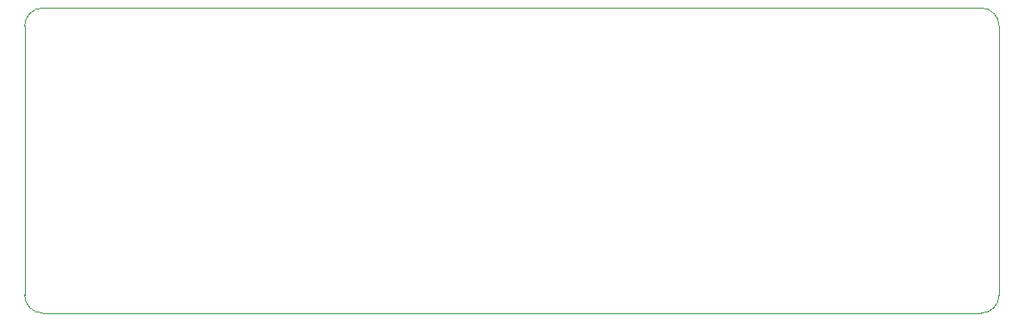
<source format=gm1>
G04 #@! TF.GenerationSoftware,KiCad,Pcbnew,(5.1.2)-1*
G04 #@! TF.CreationDate,2020-06-02T10:02:34+03:00*
G04 #@! TF.ProjectId,improve-rgb2tv,696d7072-6f76-4652-9d72-67623274762e,rev?*
G04 #@! TF.SameCoordinates,Original*
G04 #@! TF.FileFunction,Profile,NP*
%FSLAX46Y46*%
G04 Gerber Fmt 4.6, Leading zero omitted, Abs format (unit mm)*
G04 Created by KiCad (PCBNEW (5.1.2)-1) date 2020-06-02 10:02:34*
%MOMM*%
%LPD*%
G04 APERTURE LIST*
%ADD10C,0.050000*%
G04 APERTURE END LIST*
D10*
X190627000Y-124460000D02*
X98298000Y-124460000D01*
X192405000Y-96139000D02*
X192405000Y-122682000D01*
X98298000Y-94361000D02*
X190627000Y-94361000D01*
X96520000Y-96139000D02*
X96520000Y-122682000D01*
X96520000Y-96139000D02*
G75*
G02X98298000Y-94361000I1778000J0D01*
G01*
X190627000Y-94361000D02*
G75*
G02X192405000Y-96139000I0J-1778000D01*
G01*
X192405000Y-122682000D02*
G75*
G02X190627000Y-124460000I-1778000J0D01*
G01*
X98298000Y-124460000D02*
G75*
G02X96520000Y-122682000I0J1778000D01*
G01*
M02*

</source>
